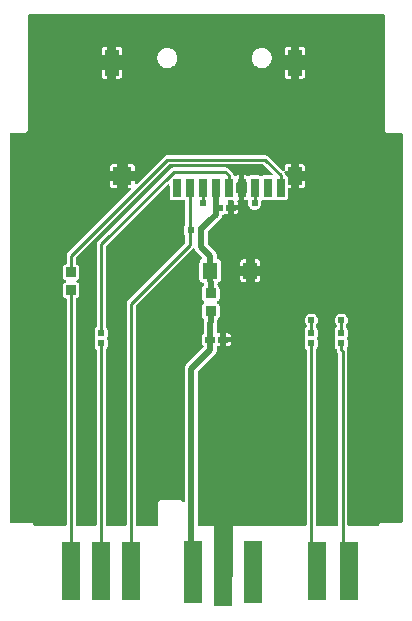
<source format=gtl>
G04 Layer: TopLayer*
G04 EasyEDA v6.5.23, 2023-05-05 12:33:24*
G04 99fe30585978489ba2b06a073ac4f22d,10*
G04 Gerber Generator version 0.2*
G04 Scale: 100 percent, Rotated: No, Reflected: No *
G04 Dimensions in millimeters *
G04 leading zeros omitted , absolute positions ,4 integer and 5 decimal *
%FSLAX45Y45*%
%MOMM*%

%AMMACRO1*21,1,$1,$2,0,0,$3*%
%ADD10C,1.6000*%
%ADD11C,0.2540*%
%ADD12C,0.5080*%
%ADD13R,1.6000X5.0000*%
%ADD14R,1.6000X5.5000*%
%ADD15R,1.6000X5.2500*%
%ADD16MACRO1,0.54X0.7901X-90.0000*%
%ADD17R,1.2000X1.4000*%
%ADD18R,0.7000X1.6000*%
%ADD19R,1.2000X1.5000*%
%ADD20R,1.2000X2.2000*%
%ADD21R,1.6000X1.5000*%
%ADD22MACRO1,0.864X0.8065X0.0000*%
%ADD23R,0.8640X0.8065*%
%ADD24MACRO1,0.54X0.5656X0.0000*%
%ADD25R,0.5400X0.5657*%
%ADD26MACRO1,0.54X0.5656X90.0000*%
%ADD27C,0.6096*%
%ADD28C,0.6100*%
%ADD29C,0.0173*%

%LPD*%
G36*
X3503168Y-5499100D02*
G01*
X3499256Y-5498338D01*
X3496005Y-5496102D01*
X3493770Y-5492851D01*
X3493008Y-5488940D01*
X3493008Y-3638956D01*
X3493770Y-3635044D01*
X3496005Y-3631742D01*
X3974896Y-3152851D01*
X3978198Y-3150616D01*
X3982110Y-3149854D01*
X3985971Y-3150616D01*
X3989273Y-3152851D01*
X3991457Y-3156153D01*
X3995013Y-3163570D01*
X3997655Y-3167735D01*
X4000652Y-3171596D01*
X4004106Y-3175406D01*
X4053840Y-3225088D01*
X4055973Y-3228238D01*
X4056786Y-3231896D01*
X4056227Y-3235604D01*
X4054398Y-3238906D01*
X4051452Y-3241243D01*
X4045458Y-3244443D01*
X4040784Y-3248304D01*
X4036923Y-3252978D01*
X4034078Y-3258312D01*
X4032351Y-3264103D01*
X4031691Y-3270605D01*
X4031691Y-3409594D01*
X4032351Y-3416096D01*
X4034078Y-3421887D01*
X4036923Y-3427222D01*
X4040784Y-3431895D01*
X4045458Y-3435756D01*
X4050792Y-3438601D01*
X4056583Y-3440379D01*
X4060545Y-3440734D01*
X4064152Y-3441801D01*
X4067149Y-3444138D01*
X4069079Y-3447440D01*
X4070604Y-3451606D01*
X4071213Y-3455060D01*
X4071213Y-3457397D01*
X4070197Y-3461715D01*
X4067454Y-3465220D01*
X4062476Y-3469335D01*
X4058665Y-3474008D01*
X4055770Y-3479342D01*
X4054043Y-3485134D01*
X4053382Y-3491636D01*
X4053382Y-3571290D01*
X4054043Y-3577844D01*
X4055770Y-3583584D01*
X4058665Y-3588918D01*
X4062476Y-3593642D01*
X4071162Y-3600653D01*
X4072991Y-3604615D01*
X4072991Y-3608984D01*
X4071162Y-3612946D01*
X4062476Y-3619957D01*
X4058665Y-3624681D01*
X4055770Y-3630015D01*
X4054043Y-3635756D01*
X4053382Y-3642309D01*
X4053382Y-3721963D01*
X4054043Y-3728465D01*
X4055770Y-3734257D01*
X4058665Y-3739591D01*
X4062476Y-3744264D01*
X4067454Y-3748379D01*
X4070197Y-3751884D01*
X4071213Y-3756202D01*
X4071213Y-3760419D01*
X4070705Y-3763568D01*
X4069384Y-3767480D01*
X4068368Y-3772255D01*
X4067708Y-3777081D01*
X4067505Y-3782212D01*
X4067505Y-3866540D01*
X4066489Y-3870909D01*
X4063746Y-3874414D01*
X4062476Y-3875481D01*
X4058615Y-3880154D01*
X4055770Y-3885488D01*
X4054043Y-3891279D01*
X4053382Y-3897782D01*
X4053382Y-3950817D01*
X4054043Y-3957320D01*
X4055770Y-3963111D01*
X4058615Y-3968445D01*
X4065066Y-3976420D01*
X4066133Y-3980484D01*
X4065473Y-3984599D01*
X4063187Y-3988155D01*
X3922725Y-4128566D01*
X3919270Y-4132376D01*
X3916273Y-4136237D01*
X3913632Y-4140403D01*
X3911396Y-4144772D01*
X3909517Y-4149293D01*
X3908044Y-4153966D01*
X3906977Y-4158792D01*
X3906316Y-4163618D01*
X3906113Y-4168749D01*
X3906113Y-5287670D01*
X3905199Y-5291836D01*
X3902659Y-5295239D01*
X3898950Y-5297373D01*
X3894734Y-5297728D01*
X3890721Y-5296357D01*
X3887571Y-5293461D01*
X3886555Y-5291988D01*
X3883609Y-5289042D01*
X3879951Y-5286349D01*
X3874414Y-5283860D01*
X3866997Y-5282692D01*
X3709009Y-5282692D01*
X3702507Y-5283504D01*
X3696970Y-5285587D01*
X3691839Y-5289143D01*
X3688791Y-5292140D01*
X3686149Y-5295747D01*
X3683660Y-5301284D01*
X3682492Y-5308752D01*
X3682492Y-5488940D01*
X3681729Y-5492851D01*
X3679494Y-5496102D01*
X3676243Y-5498338D01*
X3672332Y-5499100D01*
G37*

%LPD*%
G36*
X3249168Y-5499100D02*
G01*
X3245256Y-5498338D01*
X3242005Y-5496102D01*
X3239770Y-5492851D01*
X3239008Y-5488940D01*
X3239008Y-4011828D01*
X3239566Y-4008577D01*
X3241090Y-4005630D01*
X3247593Y-3999280D01*
X3250692Y-3994353D01*
X3252571Y-3988917D01*
X3253282Y-3982618D01*
X3253282Y-3927144D01*
X3252571Y-3920845D01*
X3250539Y-3914952D01*
X3249980Y-3911600D01*
X3250539Y-3908247D01*
X3252571Y-3902354D01*
X3253282Y-3896055D01*
X3253282Y-3840581D01*
X3252571Y-3834282D01*
X3250692Y-3828846D01*
X3247593Y-3823919D01*
X3241090Y-3817569D01*
X3239566Y-3814622D01*
X3239008Y-3811371D01*
X3239008Y-3138068D01*
X3239770Y-3134156D01*
X3242005Y-3130854D01*
X3760724Y-2612085D01*
X3764026Y-2609900D01*
X3767937Y-2609138D01*
X3771798Y-2609900D01*
X3775100Y-2612085D01*
X3777335Y-2615387D01*
X3778097Y-2619298D01*
X3778097Y-2717647D01*
X3778808Y-2723946D01*
X3780688Y-2729433D01*
X3783787Y-2734310D01*
X3787901Y-2738424D01*
X3792778Y-2741472D01*
X3798265Y-2743403D01*
X3804564Y-2744114D01*
X3873398Y-2744114D01*
X3879748Y-2743403D01*
X3885184Y-2741472D01*
X3888587Y-2739339D01*
X3892092Y-2737967D01*
X3895902Y-2737967D01*
X3899408Y-2739339D01*
X3907078Y-2743860D01*
X3909466Y-2747264D01*
X3910329Y-2751328D01*
X3910329Y-2948584D01*
X3909923Y-2951429D01*
X3908755Y-2954020D01*
X3905656Y-2958998D01*
X3903726Y-2964434D01*
X3903014Y-2970784D01*
X3903014Y-3023616D01*
X3903726Y-3029966D01*
X3905656Y-3035401D01*
X3908755Y-3040380D01*
X3909923Y-3042970D01*
X3910329Y-3045815D01*
X3910329Y-3103981D01*
X3909568Y-3107893D01*
X3907383Y-3111195D01*
X3427476Y-3591102D01*
X3422345Y-3597300D01*
X3418789Y-3604006D01*
X3416604Y-3611219D01*
X3415792Y-3619246D01*
X3415792Y-5488940D01*
X3415029Y-5492851D01*
X3412794Y-5496102D01*
X3409543Y-5498338D01*
X3405632Y-5499100D01*
G37*

%LPD*%
G36*
X2638044Y-5499100D02*
G01*
X2634132Y-5498338D01*
X2630830Y-5496102D01*
X2628595Y-5492750D01*
X2626614Y-5487771D01*
X2622956Y-5482539D01*
X2619959Y-5479491D01*
X2616352Y-5476849D01*
X2610815Y-5474360D01*
X2603347Y-5473192D01*
X2436368Y-5473192D01*
X2432456Y-5472430D01*
X2429205Y-5470194D01*
X2426970Y-5466943D01*
X2426208Y-5463032D01*
X2426208Y-2182368D01*
X2426970Y-2178456D01*
X2429205Y-2175205D01*
X2432456Y-2172970D01*
X2436368Y-2172208D01*
X2552090Y-2172208D01*
X2558592Y-2171395D01*
X2564130Y-2169312D01*
X2569260Y-2165756D01*
X2572308Y-2162759D01*
X2574950Y-2159152D01*
X2577439Y-2153615D01*
X2578608Y-2146147D01*
X2578608Y-1179068D01*
X2579370Y-1175156D01*
X2581605Y-1171905D01*
X2584856Y-1169670D01*
X2588768Y-1168908D01*
X5590032Y-1168908D01*
X5593943Y-1169670D01*
X5597194Y-1171905D01*
X5599430Y-1175156D01*
X5600192Y-1179068D01*
X5600192Y-2145690D01*
X5601004Y-2152192D01*
X5603087Y-2157730D01*
X5606643Y-2162860D01*
X5609640Y-2165908D01*
X5613247Y-2168550D01*
X5618784Y-2171039D01*
X5626252Y-2172208D01*
X5742432Y-2172208D01*
X5746343Y-2172970D01*
X5749594Y-2175205D01*
X5751830Y-2178456D01*
X5752592Y-2182368D01*
X5752592Y-5463032D01*
X5751830Y-5466943D01*
X5749594Y-5470194D01*
X5746343Y-5472430D01*
X5742432Y-5473192D01*
X5575909Y-5473192D01*
X5569407Y-5474004D01*
X5563870Y-5476087D01*
X5558739Y-5479643D01*
X5555691Y-5482640D01*
X5553100Y-5486247D01*
X5550052Y-5493054D01*
X5547817Y-5496255D01*
X5544566Y-5498338D01*
X5540756Y-5499100D01*
X5293868Y-5499100D01*
X5289956Y-5498338D01*
X5286705Y-5496102D01*
X5284470Y-5492851D01*
X5283708Y-5488940D01*
X5283708Y-4024274D01*
X5282895Y-4016248D01*
X5280710Y-4009034D01*
X5279085Y-4004614D01*
X5279186Y-4001058D01*
X5280558Y-3997807D01*
X5282692Y-3994353D01*
X5284571Y-3988917D01*
X5285333Y-3982618D01*
X5285333Y-3927144D01*
X5284571Y-3920845D01*
X5282539Y-3914952D01*
X5281980Y-3911600D01*
X5282539Y-3908247D01*
X5284571Y-3902354D01*
X5285333Y-3896055D01*
X5285333Y-3840581D01*
X5284571Y-3834282D01*
X5282692Y-3828846D01*
X5279593Y-3823919D01*
X5273090Y-3817569D01*
X5271566Y-3814622D01*
X5271008Y-3811371D01*
X5271008Y-3804208D01*
X5271770Y-3800297D01*
X5274005Y-3796995D01*
X5275580Y-3795420D01*
X5281218Y-3787394D01*
X5285333Y-3778453D01*
X5287873Y-3769004D01*
X5288737Y-3759200D01*
X5287873Y-3749395D01*
X5285333Y-3739946D01*
X5281218Y-3731006D01*
X5275580Y-3722979D01*
X5268620Y-3716020D01*
X5260594Y-3710381D01*
X5251653Y-3706266D01*
X5242204Y-3703726D01*
X5232400Y-3702862D01*
X5222595Y-3703726D01*
X5213146Y-3706266D01*
X5204206Y-3710381D01*
X5196179Y-3716020D01*
X5189220Y-3722979D01*
X5183581Y-3731006D01*
X5179466Y-3739946D01*
X5176926Y-3749395D01*
X5176062Y-3759200D01*
X5176926Y-3769004D01*
X5179466Y-3778453D01*
X5183581Y-3787394D01*
X5189220Y-3795420D01*
X5190794Y-3796995D01*
X5193030Y-3800297D01*
X5193792Y-3804208D01*
X5193792Y-3811371D01*
X5193233Y-3814622D01*
X5191709Y-3817569D01*
X5185206Y-3823919D01*
X5182108Y-3828846D01*
X5180228Y-3834282D01*
X5179517Y-3840581D01*
X5179517Y-3896055D01*
X5180228Y-3902354D01*
X5182260Y-3908247D01*
X5182819Y-3911600D01*
X5182260Y-3914952D01*
X5180228Y-3920845D01*
X5179517Y-3927144D01*
X5179517Y-3982618D01*
X5180228Y-3988917D01*
X5182108Y-3994353D01*
X5185206Y-3999280D01*
X5192420Y-4006596D01*
X5193842Y-4010863D01*
X5194604Y-4018584D01*
X5196789Y-4025798D01*
X5200345Y-4032504D01*
X5204206Y-4037177D01*
X5205882Y-4040225D01*
X5206492Y-4043629D01*
X5206492Y-5488940D01*
X5205730Y-5492851D01*
X5203494Y-5496102D01*
X5200243Y-5498338D01*
X5196332Y-5499100D01*
X5027168Y-5499100D01*
X5023256Y-5498338D01*
X5020005Y-5496102D01*
X5017770Y-5492851D01*
X5017008Y-5488940D01*
X5017008Y-4011828D01*
X5017566Y-4008577D01*
X5019090Y-4005630D01*
X5025593Y-3999280D01*
X5028692Y-3994353D01*
X5030571Y-3988917D01*
X5031333Y-3982618D01*
X5031333Y-3927144D01*
X5030571Y-3920845D01*
X5028539Y-3914952D01*
X5027980Y-3911600D01*
X5028539Y-3908247D01*
X5030571Y-3902354D01*
X5031333Y-3896055D01*
X5031333Y-3840581D01*
X5030571Y-3834282D01*
X5028692Y-3828846D01*
X5025593Y-3823919D01*
X5019090Y-3817569D01*
X5017566Y-3814622D01*
X5017008Y-3811371D01*
X5017008Y-3804208D01*
X5017770Y-3800297D01*
X5020005Y-3796995D01*
X5021580Y-3795420D01*
X5027218Y-3787394D01*
X5031333Y-3778453D01*
X5033873Y-3769004D01*
X5034737Y-3759200D01*
X5033873Y-3749395D01*
X5031333Y-3739946D01*
X5027218Y-3731006D01*
X5021580Y-3722979D01*
X5014620Y-3716020D01*
X5006594Y-3710381D01*
X4997653Y-3706266D01*
X4988204Y-3703726D01*
X4978400Y-3702862D01*
X4968595Y-3703726D01*
X4959146Y-3706266D01*
X4950206Y-3710381D01*
X4942179Y-3716020D01*
X4935220Y-3722979D01*
X4929581Y-3731006D01*
X4925466Y-3739946D01*
X4922926Y-3749395D01*
X4922062Y-3759200D01*
X4922926Y-3769004D01*
X4925466Y-3778453D01*
X4929581Y-3787394D01*
X4935220Y-3795420D01*
X4936794Y-3796995D01*
X4939030Y-3800297D01*
X4939792Y-3804208D01*
X4939792Y-3811371D01*
X4939233Y-3814622D01*
X4937709Y-3817569D01*
X4931206Y-3823919D01*
X4928108Y-3828846D01*
X4926228Y-3834282D01*
X4925517Y-3840581D01*
X4925517Y-3896055D01*
X4926228Y-3902354D01*
X4928260Y-3908247D01*
X4928819Y-3911600D01*
X4928260Y-3914952D01*
X4926228Y-3920845D01*
X4925517Y-3927144D01*
X4925517Y-3982618D01*
X4926228Y-3988917D01*
X4928108Y-3994353D01*
X4931206Y-3999280D01*
X4937709Y-4005630D01*
X4939233Y-4008577D01*
X4939792Y-4011828D01*
X4939792Y-5488940D01*
X4939030Y-5492851D01*
X4936794Y-5496102D01*
X4933543Y-5498338D01*
X4929632Y-5499100D01*
X4028846Y-5499100D01*
X4024985Y-5498338D01*
X4021683Y-5496102D01*
X4019499Y-5492851D01*
X4018686Y-5488940D01*
X4018686Y-4196080D01*
X4019499Y-4192168D01*
X4021683Y-4188917D01*
X4163466Y-4047134D01*
X4166920Y-4043324D01*
X4169918Y-4039463D01*
X4172559Y-4035298D01*
X4174794Y-4030929D01*
X4176674Y-4026408D01*
X4178147Y-4021734D01*
X4179214Y-4016908D01*
X4179874Y-4012082D01*
X4180078Y-4006951D01*
X4180078Y-3987037D01*
X4180992Y-3982872D01*
X4183481Y-3979468D01*
X4187190Y-3977335D01*
X4191406Y-3976928D01*
X4193895Y-3977233D01*
X4206697Y-3977233D01*
X4206697Y-3944162D01*
X4204360Y-3944162D01*
X4200499Y-3943400D01*
X4197197Y-3941165D01*
X4194962Y-3937863D01*
X4194200Y-3934002D01*
X4194200Y-3914597D01*
X4194962Y-3910736D01*
X4197197Y-3907434D01*
X4200499Y-3905199D01*
X4204360Y-3904437D01*
X4206697Y-3904437D01*
X4206697Y-3871417D01*
X4193895Y-3871417D01*
X4191406Y-3871671D01*
X4187190Y-3871264D01*
X4183481Y-3869131D01*
X4180992Y-3865727D01*
X4180078Y-3861562D01*
X4180078Y-3799890D01*
X4180586Y-3796741D01*
X4181906Y-3792829D01*
X4182922Y-3788054D01*
X4183583Y-3783228D01*
X4183786Y-3778097D01*
X4183786Y-3756202D01*
X4184802Y-3751884D01*
X4187494Y-3748379D01*
X4192524Y-3744264D01*
X4196334Y-3739591D01*
X4199229Y-3734257D01*
X4200956Y-3728465D01*
X4201617Y-3721963D01*
X4201617Y-3642309D01*
X4200956Y-3635756D01*
X4199229Y-3630015D01*
X4196334Y-3624681D01*
X4192524Y-3619957D01*
X4183837Y-3612946D01*
X4182008Y-3608984D01*
X4182008Y-3604615D01*
X4183837Y-3600653D01*
X4192524Y-3593642D01*
X4196334Y-3588918D01*
X4199229Y-3583584D01*
X4200956Y-3577844D01*
X4201617Y-3571290D01*
X4201617Y-3491636D01*
X4200956Y-3485134D01*
X4199229Y-3479342D01*
X4196334Y-3474008D01*
X4192524Y-3469335D01*
X4187494Y-3465220D01*
X4184802Y-3461715D01*
X4183786Y-3457397D01*
X4183786Y-3449370D01*
X4184700Y-3445154D01*
X4187240Y-3441700D01*
X4191000Y-3439617D01*
X4194403Y-3438601D01*
X4199737Y-3435756D01*
X4204411Y-3431895D01*
X4208272Y-3427222D01*
X4211116Y-3421887D01*
X4212844Y-3416096D01*
X4213504Y-3409594D01*
X4213504Y-3270605D01*
X4212844Y-3264103D01*
X4211116Y-3258312D01*
X4208272Y-3252978D01*
X4204411Y-3248304D01*
X4199737Y-3244443D01*
X4194403Y-3241598D01*
X4184497Y-3238754D01*
X4181551Y-3236468D01*
X4179570Y-3233318D01*
X4178909Y-3229660D01*
X4178909Y-3214471D01*
X4178706Y-3209340D01*
X4178046Y-3204464D01*
X4176979Y-3199688D01*
X4175506Y-3194964D01*
X4173626Y-3190443D01*
X4171340Y-3186074D01*
X4168698Y-3181959D01*
X4165701Y-3178048D01*
X4162247Y-3174288D01*
X4103065Y-3115056D01*
X4100880Y-3111754D01*
X4100068Y-3107893D01*
X4100068Y-3039110D01*
X4100525Y-3036163D01*
X4102354Y-3030220D01*
X4102963Y-3023717D01*
X4102963Y-3015183D01*
X4103725Y-3011322D01*
X4105960Y-3008020D01*
X4208678Y-2905302D01*
X4212132Y-2901492D01*
X4215130Y-2897632D01*
X4217771Y-2893466D01*
X4220006Y-2889097D01*
X4221886Y-2884576D01*
X4223359Y-2879902D01*
X4224375Y-2875330D01*
X4224578Y-2873095D01*
X4225696Y-2869234D01*
X4228236Y-2866136D01*
X4231792Y-2864256D01*
X4238599Y-2862224D01*
X4243324Y-2859684D01*
X4246321Y-2858668D01*
X4249420Y-2858566D01*
X4257446Y-2859633D01*
X4270197Y-2859633D01*
X4270197Y-2826562D01*
X4267860Y-2826562D01*
X4263999Y-2825800D01*
X4260697Y-2823565D01*
X4258462Y-2820263D01*
X4257700Y-2816402D01*
X4257700Y-2796997D01*
X4258462Y-2793136D01*
X4260697Y-2789834D01*
X4263999Y-2787599D01*
X4267860Y-2786837D01*
X4270197Y-2786837D01*
X4270197Y-2754274D01*
X4270959Y-2750362D01*
X4273194Y-2747060D01*
X4276496Y-2744876D01*
X4280357Y-2744114D01*
X4312259Y-2744114D01*
X4316120Y-2744876D01*
X4319422Y-2747060D01*
X4321657Y-2750362D01*
X4322419Y-2754274D01*
X4322419Y-2786837D01*
X4361738Y-2786837D01*
X4361738Y-2780284D01*
X4361027Y-2773934D01*
X4359097Y-2768498D01*
X4355998Y-2763570D01*
X4353864Y-2761437D01*
X4351680Y-2758135D01*
X4350918Y-2754274D01*
X4351680Y-2750362D01*
X4353864Y-2747060D01*
X4357166Y-2744876D01*
X4361078Y-2744114D01*
X4365142Y-2744114D01*
X4365142Y-2684526D01*
X4350054Y-2684526D01*
X4346194Y-2683764D01*
X4342892Y-2681579D01*
X4340656Y-2678277D01*
X4339894Y-2674366D01*
X4339894Y-2602026D01*
X4340656Y-2598115D01*
X4342892Y-2594813D01*
X4346194Y-2592628D01*
X4350054Y-2591866D01*
X4365142Y-2591866D01*
X4365142Y-2532278D01*
X4354576Y-2532278D01*
X4348226Y-2532989D01*
X4342790Y-2534920D01*
X4339386Y-2537053D01*
X4335881Y-2538425D01*
X4332122Y-2538425D01*
X4328566Y-2537053D01*
X4320540Y-2532532D01*
X4318203Y-2529535D01*
X4317085Y-2525826D01*
X4316780Y-2522728D01*
X4314596Y-2515514D01*
X4311040Y-2508859D01*
X4305300Y-2502154D01*
X4278477Y-2475077D01*
X4272280Y-2469946D01*
X4265625Y-2466340D01*
X4258411Y-2464104D01*
X4250182Y-2463292D01*
X3816858Y-2463292D01*
X3808831Y-2464104D01*
X3801618Y-2466289D01*
X3794912Y-2469845D01*
X3788714Y-2474976D01*
X3173476Y-3090214D01*
X3168345Y-3096412D01*
X3164789Y-3103118D01*
X3162604Y-3110331D01*
X3161792Y-3118358D01*
X3161792Y-3811371D01*
X3161233Y-3814622D01*
X3159709Y-3817569D01*
X3153206Y-3823919D01*
X3150108Y-3828846D01*
X3148228Y-3834282D01*
X3147517Y-3840581D01*
X3147517Y-3896055D01*
X3148228Y-3902354D01*
X3150260Y-3908247D01*
X3150819Y-3911600D01*
X3150260Y-3914952D01*
X3148228Y-3920845D01*
X3147517Y-3927144D01*
X3147517Y-3982618D01*
X3148228Y-3988917D01*
X3150108Y-3994353D01*
X3153206Y-3999280D01*
X3159709Y-4005630D01*
X3161233Y-4008577D01*
X3161792Y-4011828D01*
X3161792Y-5488940D01*
X3161030Y-5492851D01*
X3158794Y-5496102D01*
X3155543Y-5498338D01*
X3151632Y-5499100D01*
X2995168Y-5499100D01*
X2991256Y-5498338D01*
X2988005Y-5496102D01*
X2985770Y-5492851D01*
X2985008Y-5488940D01*
X2985008Y-3580079D01*
X2985668Y-3576472D01*
X2987598Y-3573322D01*
X2990494Y-3571036D01*
X2995371Y-3569868D01*
X3000806Y-3567937D01*
X3005734Y-3564839D01*
X3009798Y-3560775D01*
X3012897Y-3555847D01*
X3014776Y-3550412D01*
X3015488Y-3544062D01*
X3015488Y-3464560D01*
X3014776Y-3458260D01*
X3012897Y-3452774D01*
X3009798Y-3447897D01*
X3005734Y-3443782D01*
X3000806Y-3440734D01*
X2994761Y-3438601D01*
X2991205Y-3436467D01*
X2988767Y-3433064D01*
X2987954Y-3429000D01*
X2988767Y-3424936D01*
X2991205Y-3421532D01*
X2994761Y-3419398D01*
X3000806Y-3417265D01*
X3005734Y-3414217D01*
X3009798Y-3410102D01*
X3012897Y-3405225D01*
X3014776Y-3399739D01*
X3015488Y-3393440D01*
X3015488Y-3313937D01*
X3014776Y-3307587D01*
X3012897Y-3302152D01*
X3009798Y-3297224D01*
X3005734Y-3293160D01*
X3000806Y-3290062D01*
X2995371Y-3288131D01*
X2990494Y-3286963D01*
X2987598Y-3284677D01*
X2985668Y-3281527D01*
X2985008Y-3277920D01*
X2985008Y-3233318D01*
X2985770Y-3229406D01*
X2988005Y-3226104D01*
X3772204Y-2441905D01*
X3775506Y-2439670D01*
X3779418Y-2438908D01*
X4568799Y-2438908D01*
X4572711Y-2439670D01*
X4576013Y-2441905D01*
X4649063Y-2514955D01*
X4651248Y-2518257D01*
X4652060Y-2522118D01*
X4651248Y-2526030D01*
X4649063Y-2529332D01*
X4645761Y-2531516D01*
X4641900Y-2532278D01*
X4574590Y-2532278D01*
X4568240Y-2532989D01*
X4562805Y-2534920D01*
X4559401Y-2537053D01*
X4555896Y-2538425D01*
X4552086Y-2538425D01*
X4548581Y-2537053D01*
X4545228Y-2534920D01*
X4539742Y-2532989D01*
X4533442Y-2532278D01*
X4464558Y-2532278D01*
X4458258Y-2532989D01*
X4452772Y-2534920D01*
X4449419Y-2537053D01*
X4445863Y-2538425D01*
X4442104Y-2538425D01*
X4438599Y-2537053D01*
X4435195Y-2534920D01*
X4429760Y-2532989D01*
X4423410Y-2532278D01*
X4412843Y-2532278D01*
X4412843Y-2591866D01*
X4427931Y-2591866D01*
X4431792Y-2592628D01*
X4435094Y-2594813D01*
X4437329Y-2598115D01*
X4438091Y-2602026D01*
X4438091Y-2674366D01*
X4437329Y-2678277D01*
X4435094Y-2681579D01*
X4431792Y-2683764D01*
X4427931Y-2684526D01*
X4412843Y-2684526D01*
X4412843Y-2744114D01*
X4423410Y-2744114D01*
X4429760Y-2743403D01*
X4431334Y-2742844D01*
X4435703Y-2742285D01*
X4439869Y-2743657D01*
X4443069Y-2746654D01*
X4444695Y-2750667D01*
X4444492Y-2755036D01*
X4443526Y-2758795D01*
X4442663Y-2768600D01*
X4443526Y-2778404D01*
X4446066Y-2787853D01*
X4450181Y-2796794D01*
X4455820Y-2804820D01*
X4462780Y-2811780D01*
X4470806Y-2817418D01*
X4479747Y-2821533D01*
X4489196Y-2824073D01*
X4499000Y-2824937D01*
X4508804Y-2824073D01*
X4518253Y-2821533D01*
X4527194Y-2817418D01*
X4535220Y-2811780D01*
X4542180Y-2804820D01*
X4547819Y-2796794D01*
X4551934Y-2787853D01*
X4554474Y-2778404D01*
X4555337Y-2768600D01*
X4554474Y-2758795D01*
X4553508Y-2755036D01*
X4553305Y-2750667D01*
X4554931Y-2746654D01*
X4558131Y-2743657D01*
X4562297Y-2742336D01*
X4566666Y-2742844D01*
X4568240Y-2743403D01*
X4574590Y-2744114D01*
X4643424Y-2744114D01*
X4649724Y-2743403D01*
X4655210Y-2741472D01*
X4658614Y-2739339D01*
X4662119Y-2737967D01*
X4665878Y-2737967D01*
X4669383Y-2739339D01*
X4672787Y-2741472D01*
X4678222Y-2743403D01*
X4684572Y-2744114D01*
X4753406Y-2744114D01*
X4759756Y-2743403D01*
X4765192Y-2741472D01*
X4770120Y-2738424D01*
X4774184Y-2734310D01*
X4777282Y-2729433D01*
X4779213Y-2723946D01*
X4779924Y-2717647D01*
X4779924Y-2649270D01*
X4780686Y-2645359D01*
X4782870Y-2642057D01*
X4786172Y-2639872D01*
X4790084Y-2639110D01*
X4802632Y-2639110D01*
X4802632Y-2582062D01*
X4790084Y-2582062D01*
X4786172Y-2581249D01*
X4782870Y-2579065D01*
X4780686Y-2575763D01*
X4779924Y-2571902D01*
X4779924Y-2558745D01*
X4779213Y-2552446D01*
X4777282Y-2546959D01*
X4774184Y-2542082D01*
X4770120Y-2537968D01*
X4765192Y-2534920D01*
X4760620Y-2532532D01*
X4758283Y-2529535D01*
X4757166Y-2525877D01*
X4756861Y-2522829D01*
X4754676Y-2515616D01*
X4751324Y-2509316D01*
X4750155Y-2505303D01*
X4750663Y-2501188D01*
X4752848Y-2497632D01*
X4756200Y-2495194D01*
X4760264Y-2494330D01*
X4802632Y-2494330D01*
X4802632Y-2437282D01*
X4779568Y-2437282D01*
X4773218Y-2437993D01*
X4767783Y-2439924D01*
X4762855Y-2442972D01*
X4758791Y-2447086D01*
X4755692Y-2451963D01*
X4753813Y-2457450D01*
X4753102Y-2463749D01*
X4753102Y-2485237D01*
X4752289Y-2489149D01*
X4750104Y-2492400D01*
X4746802Y-2494635D01*
X4742942Y-2495397D01*
X4739030Y-2494635D01*
X4735728Y-2492400D01*
X4616653Y-2373376D01*
X4610455Y-2368245D01*
X4603750Y-2364689D01*
X4596536Y-2362504D01*
X4588510Y-2361692D01*
X3759708Y-2361692D01*
X3751681Y-2362504D01*
X3744468Y-2364689D01*
X3737762Y-2368245D01*
X3731564Y-2373376D01*
X3502253Y-2602687D01*
X3498951Y-2604871D01*
X3495040Y-2605633D01*
X3491179Y-2604871D01*
X3487877Y-2602687D01*
X3485642Y-2599385D01*
X3484879Y-2595473D01*
X3484879Y-2582062D01*
X3425342Y-2582062D01*
X3425342Y-2639110D01*
X3441242Y-2639110D01*
X3445154Y-2639872D01*
X3448456Y-2642057D01*
X3450640Y-2645359D01*
X3451402Y-2649270D01*
X3450640Y-2653131D01*
X3448456Y-2656433D01*
X2919476Y-3185464D01*
X2914345Y-3191662D01*
X2910789Y-3198368D01*
X2908604Y-3205581D01*
X2907792Y-3213608D01*
X2907792Y-3277920D01*
X2907131Y-3281527D01*
X2905201Y-3284677D01*
X2902305Y-3286963D01*
X2897428Y-3288131D01*
X2891993Y-3290062D01*
X2887065Y-3293160D01*
X2883001Y-3297224D01*
X2879902Y-3302152D01*
X2878023Y-3307587D01*
X2877312Y-3313937D01*
X2877312Y-3393440D01*
X2878023Y-3399739D01*
X2879902Y-3405225D01*
X2883001Y-3410102D01*
X2887065Y-3414217D01*
X2891993Y-3417265D01*
X2898038Y-3419398D01*
X2901594Y-3421532D01*
X2904032Y-3424936D01*
X2904845Y-3429000D01*
X2904032Y-3433064D01*
X2901594Y-3436467D01*
X2898038Y-3438601D01*
X2891993Y-3440734D01*
X2887065Y-3443782D01*
X2883001Y-3447897D01*
X2879902Y-3452774D01*
X2878023Y-3458260D01*
X2877312Y-3464560D01*
X2877312Y-3544062D01*
X2878023Y-3550412D01*
X2879902Y-3555847D01*
X2883001Y-3560775D01*
X2887065Y-3564839D01*
X2891993Y-3567937D01*
X2897428Y-3569868D01*
X2902305Y-3571036D01*
X2905201Y-3573322D01*
X2907131Y-3576472D01*
X2907792Y-3580079D01*
X2907792Y-5488940D01*
X2907030Y-5492851D01*
X2904794Y-5496102D01*
X2901543Y-5498338D01*
X2897632Y-5499100D01*
G37*

%LPC*%
G36*
X3325317Y-1516837D02*
G01*
X3374898Y-1516837D01*
X3374898Y-1468780D01*
X3374186Y-1462430D01*
X3372256Y-1456994D01*
X3369208Y-1452067D01*
X3365093Y-1448003D01*
X3360216Y-1444904D01*
X3354730Y-1443024D01*
X3348431Y-1442313D01*
X3325317Y-1442313D01*
G37*
G36*
X4753102Y-1516837D02*
G01*
X4802632Y-1516837D01*
X4802632Y-1442313D01*
X4779568Y-1442313D01*
X4773218Y-1443024D01*
X4767783Y-1444904D01*
X4762855Y-1448003D01*
X4758791Y-1452067D01*
X4755692Y-1456994D01*
X4753813Y-1462430D01*
X4753102Y-1468780D01*
G37*
G36*
X4875326Y-1516837D02*
G01*
X4924907Y-1516837D01*
X4924907Y-1468780D01*
X4924196Y-1462430D01*
X4922266Y-1456994D01*
X4919218Y-1452067D01*
X4915103Y-1448003D01*
X4910226Y-1444904D01*
X4904740Y-1443024D01*
X4898440Y-1442313D01*
X4875326Y-1442313D01*
G37*
G36*
X3203092Y-1516837D02*
G01*
X3252622Y-1516837D01*
X3252622Y-1442313D01*
X3229559Y-1442313D01*
X3223209Y-1443024D01*
X3217773Y-1444904D01*
X3212846Y-1448003D01*
X3208782Y-1452067D01*
X3205683Y-1456994D01*
X3203803Y-1462430D01*
X3203092Y-1468780D01*
G37*
G36*
X3758996Y-1624076D02*
G01*
X3771239Y-1623212D01*
X3783177Y-1620621D01*
X3794658Y-1616303D01*
X3805428Y-1610461D01*
X3815232Y-1603095D01*
X3823919Y-1594459D01*
X3831234Y-1584655D01*
X3837127Y-1573885D01*
X3841394Y-1562404D01*
X3843985Y-1550416D01*
X3844899Y-1538224D01*
X3843985Y-1525981D01*
X3841394Y-1513992D01*
X3837127Y-1502511D01*
X3831234Y-1491792D01*
X3823919Y-1481937D01*
X3815232Y-1473301D01*
X3805428Y-1465935D01*
X3794658Y-1460093D01*
X3783177Y-1455775D01*
X3771239Y-1453184D01*
X3758996Y-1452321D01*
X3746754Y-1453184D01*
X3734815Y-1455775D01*
X3723335Y-1460093D01*
X3712565Y-1465935D01*
X3702761Y-1473301D01*
X3694074Y-1481937D01*
X3686759Y-1491792D01*
X3680866Y-1502511D01*
X3676599Y-1513992D01*
X3674008Y-1525981D01*
X3673094Y-1538224D01*
X3674008Y-1550416D01*
X3676599Y-1562404D01*
X3680866Y-1573885D01*
X3686759Y-1584655D01*
X3694074Y-1594459D01*
X3702761Y-1603095D01*
X3712565Y-1610461D01*
X3723335Y-1616303D01*
X3734815Y-1620621D01*
X3746754Y-1623212D01*
G37*
G36*
X4558995Y-1624076D02*
G01*
X4571238Y-1623212D01*
X4583176Y-1620621D01*
X4594656Y-1616303D01*
X4605426Y-1610461D01*
X4615230Y-1603095D01*
X4623917Y-1594459D01*
X4631232Y-1584655D01*
X4637125Y-1573885D01*
X4641392Y-1562404D01*
X4643983Y-1550416D01*
X4644898Y-1538224D01*
X4643983Y-1525981D01*
X4641392Y-1513992D01*
X4637125Y-1502511D01*
X4631232Y-1491792D01*
X4623917Y-1481937D01*
X4615230Y-1473301D01*
X4605426Y-1465935D01*
X4594656Y-1460093D01*
X4583176Y-1455775D01*
X4571238Y-1453184D01*
X4558995Y-1452321D01*
X4546752Y-1453184D01*
X4534814Y-1455775D01*
X4523333Y-1460093D01*
X4512564Y-1465935D01*
X4502759Y-1473301D01*
X4494072Y-1481937D01*
X4486757Y-1491792D01*
X4480864Y-1502511D01*
X4476597Y-1513992D01*
X4474006Y-1525981D01*
X4473092Y-1538224D01*
X4474006Y-1550416D01*
X4476597Y-1562404D01*
X4480864Y-1573885D01*
X4486757Y-1584655D01*
X4494072Y-1594459D01*
X4502759Y-1603095D01*
X4512564Y-1610461D01*
X4523333Y-1616303D01*
X4534814Y-1620621D01*
X4546752Y-1623212D01*
G37*
G36*
X3325317Y-1714093D02*
G01*
X3348431Y-1714093D01*
X3354730Y-1713382D01*
X3360216Y-1711502D01*
X3365093Y-1708404D01*
X3369208Y-1704289D01*
X3372256Y-1699412D01*
X3374186Y-1693925D01*
X3374898Y-1687626D01*
X3374898Y-1639570D01*
X3325317Y-1639570D01*
G37*
G36*
X4258919Y-3977233D02*
G01*
X4271721Y-3977233D01*
X4278071Y-3976471D01*
X4283506Y-3974592D01*
X4288434Y-3971493D01*
X4292498Y-3967429D01*
X4295597Y-3962501D01*
X4297527Y-3957065D01*
X4298238Y-3950715D01*
X4298238Y-3944162D01*
X4258919Y-3944162D01*
G37*
G36*
X4779568Y-1714093D02*
G01*
X4802632Y-1714093D01*
X4802632Y-1639570D01*
X4753102Y-1639570D01*
X4753102Y-1687626D01*
X4753813Y-1693925D01*
X4755692Y-1699412D01*
X4758791Y-1704289D01*
X4762855Y-1708404D01*
X4767783Y-1711502D01*
X4773218Y-1713382D01*
G37*
G36*
X4258919Y-3904437D02*
G01*
X4298238Y-3904437D01*
X4298238Y-3897884D01*
X4297527Y-3891534D01*
X4295597Y-3886098D01*
X4292498Y-3881170D01*
X4288434Y-3877106D01*
X4283506Y-3874008D01*
X4278071Y-3872128D01*
X4271721Y-3871417D01*
X4258919Y-3871417D01*
G37*
G36*
X3229559Y-1714093D02*
G01*
X3252622Y-1714093D01*
X3252622Y-1639570D01*
X3203092Y-1639570D01*
X3203092Y-1687626D01*
X3203803Y-1693925D01*
X3205683Y-1699412D01*
X3208782Y-1704289D01*
X3212846Y-1708404D01*
X3217773Y-1711502D01*
X3223209Y-1713382D01*
G37*
G36*
X4403191Y-3436010D02*
G01*
X4426254Y-3436010D01*
X4426254Y-3381451D01*
X4376674Y-3381451D01*
X4376674Y-3409543D01*
X4377385Y-3415842D01*
X4379315Y-3421329D01*
X4382414Y-3426206D01*
X4386478Y-3430320D01*
X4391406Y-3433368D01*
X4396841Y-3435299D01*
G37*
G36*
X4498949Y-3436010D02*
G01*
X4522012Y-3436010D01*
X4528362Y-3435299D01*
X4533798Y-3433368D01*
X4538726Y-3430320D01*
X4542790Y-3426206D01*
X4545888Y-3421329D01*
X4547819Y-3415842D01*
X4548530Y-3409543D01*
X4548530Y-3381451D01*
X4498949Y-3381451D01*
G37*
G36*
X4376674Y-3298748D02*
G01*
X4426254Y-3298748D01*
X4426254Y-3244189D01*
X4403191Y-3244189D01*
X4396841Y-3244900D01*
X4391406Y-3246831D01*
X4386478Y-3249879D01*
X4382414Y-3253994D01*
X4379315Y-3258870D01*
X4377385Y-3264357D01*
X4376674Y-3270656D01*
G37*
G36*
X4498949Y-3298748D02*
G01*
X4548530Y-3298748D01*
X4548530Y-3270656D01*
X4547819Y-3264357D01*
X4545888Y-3258870D01*
X4542790Y-3253994D01*
X4538726Y-3249879D01*
X4533798Y-3246831D01*
X4528362Y-3244900D01*
X4522012Y-3244189D01*
X4498949Y-3244189D01*
G37*
G36*
X4322419Y-2859633D02*
G01*
X4335221Y-2859633D01*
X4341571Y-2858871D01*
X4347006Y-2856992D01*
X4351934Y-2853893D01*
X4355998Y-2849829D01*
X4359097Y-2844901D01*
X4361027Y-2839466D01*
X4361738Y-2833116D01*
X4361738Y-2826562D01*
X4322419Y-2826562D01*
G37*
G36*
X4875326Y-1714093D02*
G01*
X4898440Y-1714093D01*
X4904740Y-1713382D01*
X4910226Y-1711502D01*
X4915103Y-1708404D01*
X4919218Y-1704289D01*
X4922266Y-1699412D01*
X4924196Y-1693925D01*
X4924907Y-1687626D01*
X4924907Y-1639570D01*
X4875326Y-1639570D01*
G37*
G36*
X3273094Y-2494330D02*
G01*
X3332632Y-2494330D01*
X3332632Y-2437282D01*
X3299561Y-2437282D01*
X3293211Y-2437993D01*
X3287776Y-2439924D01*
X3282848Y-2442972D01*
X3278784Y-2447086D01*
X3275685Y-2451963D01*
X3273806Y-2457450D01*
X3273094Y-2463749D01*
G37*
G36*
X3425342Y-2494330D02*
G01*
X3484879Y-2494330D01*
X3484879Y-2463749D01*
X3484168Y-2457450D01*
X3482289Y-2451963D01*
X3479190Y-2447086D01*
X3475075Y-2442972D01*
X3470198Y-2439924D01*
X3464712Y-2437993D01*
X3458413Y-2437282D01*
X3425342Y-2437282D01*
G37*
G36*
X4875326Y-2494330D02*
G01*
X4924907Y-2494330D01*
X4924907Y-2463749D01*
X4924196Y-2457450D01*
X4922266Y-2451963D01*
X4919218Y-2447086D01*
X4915103Y-2442972D01*
X4910226Y-2439924D01*
X4904740Y-2437993D01*
X4898440Y-2437282D01*
X4875326Y-2437282D01*
G37*
G36*
X3299561Y-2639110D02*
G01*
X3332632Y-2639110D01*
X3332632Y-2582062D01*
X3273094Y-2582062D01*
X3273094Y-2612644D01*
X3273806Y-2618943D01*
X3275685Y-2624429D01*
X3278784Y-2629306D01*
X3282848Y-2633421D01*
X3287776Y-2636469D01*
X3293211Y-2638399D01*
G37*
G36*
X4875326Y-2639110D02*
G01*
X4898440Y-2639110D01*
X4904740Y-2638399D01*
X4910226Y-2636469D01*
X4915103Y-2633421D01*
X4919218Y-2629306D01*
X4922266Y-2624429D01*
X4924196Y-2618943D01*
X4924907Y-2612644D01*
X4924907Y-2582062D01*
X4875326Y-2582062D01*
G37*

%LPD*%
D10*
X4229100Y-5905500D02*
G01*
X4229100Y-5283200D01*
D11*
X4978400Y-4011066D02*
G01*
X4978400Y-5969000D01*
X5232400Y-4011066D02*
G01*
X5245100Y-4023766D01*
X5245100Y-5969000D01*
D12*
X4169001Y-2865323D02*
G01*
X4119979Y-2914345D01*
X4169001Y-2638196D02*
G01*
X4169001Y-2865323D01*
X4122595Y-3340100D02*
G01*
X4122595Y-3214243D01*
X4122600Y-3214240D02*
G01*
X4043781Y-3135421D01*
X4043781Y-2997200D01*
X4127497Y-3435299D02*
G01*
X4122595Y-3430396D01*
X4122595Y-3340100D01*
X4043781Y-2997200D02*
G01*
X4043781Y-2990547D01*
X4119984Y-2914345D01*
X4127497Y-3531463D02*
G01*
X4127497Y-3435299D01*
X4123789Y-3924300D02*
G01*
X4123789Y-4007154D01*
X3962400Y-5918200D02*
G01*
X3962400Y-4168546D01*
X4123791Y-4007154D01*
X4127497Y-3682136D02*
G01*
X4127497Y-3778300D01*
X4127497Y-3778300D02*
G01*
X4123789Y-3782009D01*
X4123789Y-3924300D01*
D11*
X3200397Y-3954881D02*
G01*
X3200397Y-4011066D01*
X3200400Y-4011066D02*
G01*
X3200400Y-5969000D01*
X5232397Y-3954881D02*
G01*
X5232397Y-4011066D01*
X4978397Y-3954881D02*
G01*
X4978397Y-4011066D01*
X2946397Y-3504336D02*
G01*
X2946397Y-3572560D01*
X2946400Y-3572563D02*
G01*
X2946400Y-5969000D01*
X4718987Y-2638196D02*
G01*
X4718987Y-2530271D01*
X2946397Y-3353663D02*
G01*
X2946397Y-3285439D01*
X2946400Y-3285489D02*
G01*
X2946400Y-3213100D01*
X3759200Y-2400300D01*
X4589018Y-2400300D01*
X4719065Y-2530347D01*
X5232400Y-3759200D02*
G01*
X5232400Y-3868420D01*
X4978400Y-3759200D02*
G01*
X4978400Y-3868420D01*
X4499000Y-2638196D02*
G01*
X4499000Y-2768600D01*
X4058996Y-2638196D02*
G01*
X4058996Y-2768600D01*
X3454400Y-5969000D02*
G01*
X3454400Y-3618743D01*
X3948943Y-3124200D01*
X3948943Y-2638300D01*
X4278983Y-2638196D02*
G01*
X4278983Y-2530271D01*
X4278884Y-2530347D02*
G01*
X4250690Y-2501900D01*
X3816350Y-2501900D01*
X3200400Y-3117850D01*
X3200400Y-3868420D01*
D13*
G01*
X3200400Y-5880100D03*
D14*
G01*
X4229100Y-5905500D03*
D13*
G01*
X5295900Y-5880100D03*
G01*
X5029200Y-5880100D03*
D15*
G01*
X4483100Y-5892800D03*
G01*
X3975100Y-5892800D03*
D13*
G01*
X3454400Y-5880100D03*
G01*
X2946400Y-5880100D03*
D16*
G01*
X4123794Y-3924300D03*
G01*
X4232805Y-3924300D03*
G01*
X4187294Y-2806700D03*
G01*
X4296305Y-2806700D03*
D17*
G01*
X4462602Y-3340100D03*
G01*
X4122597Y-3340100D03*
D18*
G01*
X4609007Y-2638196D03*
G01*
X4499000Y-2638196D03*
G01*
X4388993Y-2638196D03*
G01*
X4278985Y-2638196D03*
G01*
X4169003Y-2638196D03*
G01*
X4058996Y-2638196D03*
G01*
X3948988Y-2638196D03*
G01*
X3838981Y-2638196D03*
G01*
X4718989Y-2638196D03*
D19*
G01*
X4839004Y-2538196D03*
D20*
G01*
X4839004Y-1578203D03*
G01*
X3288995Y-1578203D03*
D21*
G01*
X3378987Y-2538196D03*
D22*
G01*
X2946400Y-3504324D03*
D23*
G01*
X2946400Y-3353663D03*
D24*
G01*
X5232400Y-3868317D03*
D25*
G01*
X5232400Y-3954881D03*
D24*
G01*
X3200400Y-3868317D03*
D25*
G01*
X3200400Y-3954881D03*
D24*
G01*
X4978400Y-3868317D03*
D25*
G01*
X4978400Y-3954881D03*
D26*
G01*
X4043782Y-2997200D03*
G01*
X3957217Y-2997200D03*
D22*
G01*
X4127500Y-3531475D03*
D23*
G01*
X4127500Y-3682136D03*
D27*
G01*
X4499000Y-2768600D03*
G01*
X5232400Y-3759200D03*
G01*
X4058996Y-2768600D03*
G01*
X4978400Y-3759200D03*
G01*
X4127500Y-5435600D03*
G01*
X4229100Y-5435600D03*
G01*
X4330700Y-5232400D03*
G01*
X4127500Y-5334000D03*
D28*
G01*
X2641600Y-3416300D03*
G01*
X2641600Y-3924300D03*
G01*
X2954756Y-1247927D03*
G01*
X2954756Y-1755927D03*
G01*
X2954756Y-2263927D03*
G01*
X2954756Y-2771927D03*
G01*
X3462731Y-1247927D03*
G01*
X3462731Y-1755927D03*
G01*
X3462731Y-2263927D03*
G01*
X3462731Y-3279927D03*
G01*
X3970731Y-1247927D03*
G01*
X3970731Y-1755927D03*
G01*
X3970731Y-2263927D03*
G01*
X3970731Y-3279927D03*
G01*
X3970731Y-3787927D03*
G01*
X4478756Y-1247927D03*
G01*
X4478756Y-1755927D03*
G01*
X4478756Y-2263927D03*
G01*
X4478756Y-3787927D03*
G01*
X4986731Y-1247927D03*
G01*
X4986731Y-1755927D03*
G01*
X4986731Y-2263927D03*
G01*
X4986731Y-2771927D03*
G01*
X5494731Y-1247927D03*
G01*
X5494731Y-1755927D03*
G01*
X5494731Y-2263927D03*
G01*
X5494731Y-2771927D03*
G01*
X5494731Y-3279927D03*
G01*
X5494731Y-3787927D03*
G01*
X4406900Y-2806700D03*
G01*
X4406900Y-2489200D03*
D27*
G01*
X4127500Y-5232400D03*
G01*
X4229100Y-5232400D03*
G01*
X3073400Y-3784600D03*
G01*
X3327400Y-3784600D03*
G01*
X4330700Y-5334000D03*
G01*
X4330700Y-5435600D03*
M02*

</source>
